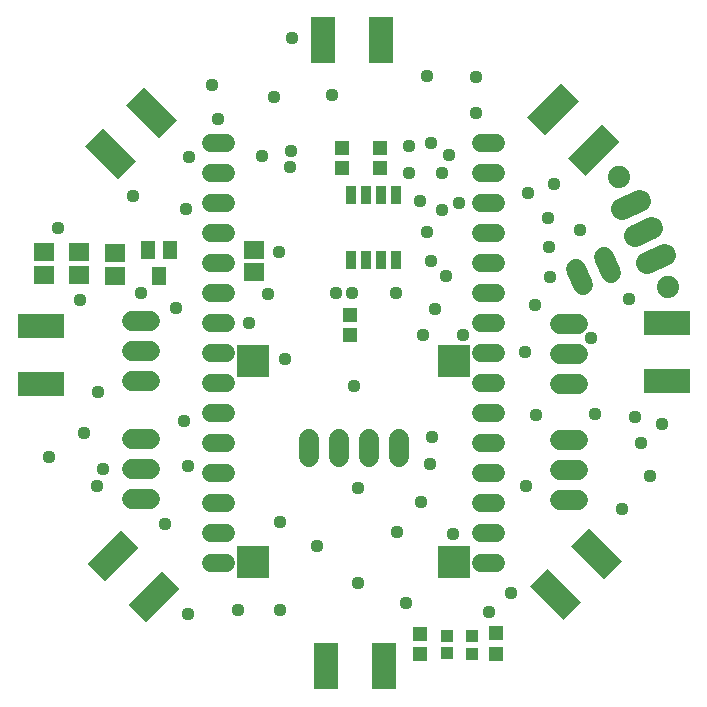
<source format=gbr>
G04 EAGLE Gerber RS-274X export*
G75*
%MOMM*%
%FSLAX34Y34*%
%LPD*%
%INSoldermask Top*%
%IPPOS*%
%AMOC8*
5,1,8,0,0,1.08239X$1,22.5*%
G01*
%ADD10C,1.727200*%
%ADD11R,2.133600X4.013200*%
%ADD12R,4.013200X2.133600*%
%ADD13C,1.511200*%
%ADD14R,2.743200X2.743200*%
%ADD15R,1.703200X1.503200*%
%ADD16R,0.903200X1.503200*%
%ADD17R,1.303200X1.203200*%
%ADD18R,1.203200X1.303200*%
%ADD19R,1.003200X1.003200*%
%ADD20C,1.853200*%
%ADD21C,1.879600*%
%ADD22R,1.203200X1.603200*%
%ADD23C,1.117600*%


D10*
X-65989Y322686D02*
X-50749Y322686D01*
X-50749Y297286D02*
X-65989Y297286D01*
X-65989Y271886D02*
X-50749Y271886D01*
X296418Y269566D02*
X311658Y269566D01*
X311658Y294966D02*
X296418Y294966D01*
X296418Y320366D02*
X311658Y320366D01*
X83869Y222654D02*
X83869Y207414D01*
X109269Y207414D02*
X109269Y222654D01*
X134669Y222654D02*
X134669Y207414D01*
X160069Y207414D02*
X160069Y222654D01*
X-50673Y171953D02*
X-65913Y171953D01*
X-65913Y197353D02*
X-50673Y197353D01*
X-50673Y222753D02*
X-65913Y222753D01*
X296880Y171100D02*
X312120Y171100D01*
X312120Y196500D02*
X296880Y196500D01*
X296880Y221900D02*
X312120Y221900D01*
D11*
X145193Y560036D03*
X96171Y560036D03*
D12*
G36*
X303652Y460564D02*
X332029Y488941D01*
X347116Y473854D01*
X318739Y445477D01*
X303652Y460564D01*
G37*
G36*
X268988Y495228D02*
X297365Y523605D01*
X312452Y508518D01*
X284075Y480141D01*
X268988Y495228D01*
G37*
X387016Y271840D03*
X387016Y320862D03*
G36*
X286433Y112862D02*
X314810Y84485D01*
X299723Y69398D01*
X271346Y97775D01*
X286433Y112862D01*
G37*
G36*
X321097Y147525D02*
X349474Y119148D01*
X334387Y104061D01*
X306010Y132438D01*
X321097Y147525D01*
G37*
D11*
X98790Y30049D03*
X147812Y30049D03*
D12*
G36*
X-60090Y130430D02*
X-88467Y102053D01*
X-103554Y117140D01*
X-75177Y145517D01*
X-60090Y130430D01*
G37*
G36*
X-25426Y95766D02*
X-53803Y67389D01*
X-68890Y82476D01*
X-40513Y110853D01*
X-25426Y95766D01*
G37*
X-143059Y318193D03*
X-143059Y269171D03*
G36*
X-42501Y477148D02*
X-70878Y505525D01*
X-55791Y520612D01*
X-27414Y492235D01*
X-42501Y477148D01*
G37*
G36*
X-77165Y442484D02*
X-105542Y470861D01*
X-90455Y485948D01*
X-62078Y457571D01*
X-77165Y442484D01*
G37*
D13*
X966Y473201D02*
X14046Y473201D01*
X14046Y447801D02*
X966Y447801D01*
X966Y422401D02*
X14046Y422401D01*
X14046Y397001D02*
X966Y397001D01*
X966Y371601D02*
X14046Y371601D01*
X14046Y346201D02*
X966Y346201D01*
X966Y320801D02*
X14046Y320801D01*
X14046Y295401D02*
X966Y295401D01*
X966Y270001D02*
X14046Y270001D01*
X14046Y244601D02*
X966Y244601D01*
X966Y219201D02*
X14046Y219201D01*
X14046Y193801D02*
X966Y193801D01*
X966Y168401D02*
X14046Y168401D01*
X14046Y143001D02*
X966Y143001D01*
X966Y117601D02*
X14046Y117601D01*
X229566Y473201D02*
X242646Y473201D01*
X242646Y447801D02*
X229566Y447801D01*
X229566Y422401D02*
X242646Y422401D01*
X242646Y397001D02*
X229566Y397001D01*
X229566Y371601D02*
X242646Y371601D01*
X242646Y346201D02*
X229566Y346201D01*
X229566Y320801D02*
X242646Y320801D01*
X242646Y295401D02*
X229566Y295401D01*
X229566Y270001D02*
X242646Y270001D01*
X242646Y244601D02*
X229566Y244601D01*
X229566Y219201D02*
X242646Y219201D01*
X242646Y193801D02*
X229566Y193801D01*
X229566Y168401D02*
X242646Y168401D01*
X242646Y143001D02*
X229566Y143001D01*
X229566Y117601D02*
X242646Y117601D01*
D14*
X36740Y118157D03*
X36740Y288337D03*
X206920Y118157D03*
X206920Y288337D03*
D10*
X339838Y363019D02*
X333640Y376941D01*
X310436Y366610D02*
X316634Y352688D01*
D15*
X37457Y383056D03*
X37457Y364056D03*
X-80420Y361060D03*
X-80420Y380060D03*
X-110270Y380770D03*
X-110270Y361770D03*
X-140380Y380670D03*
X-140380Y361670D03*
D16*
X144850Y374500D03*
X157550Y374500D03*
X132150Y374500D03*
X119450Y374500D03*
X144850Y429500D03*
X157550Y429500D03*
X132150Y429500D03*
X119450Y429500D03*
D17*
X178328Y57586D03*
X178328Y40586D03*
X242500Y58000D03*
X242500Y41000D03*
X144500Y469000D03*
X144500Y452000D03*
D18*
X119000Y328000D03*
X119000Y311000D03*
X112500Y452000D03*
X112500Y469000D03*
D19*
X200732Y41111D03*
X200732Y56111D03*
X222500Y41000D03*
X222500Y56000D03*
D20*
X370247Y371368D02*
X385321Y378079D01*
X374989Y401283D02*
X359916Y394572D01*
X349585Y417776D02*
X364658Y424487D01*
D21*
X388115Y351519D03*
X346790Y444335D03*
D22*
X-43000Y361000D03*
X-52500Y383000D03*
X-33500Y383000D03*
D23*
X159000Y144000D03*
X125500Y181000D03*
X206500Y142000D03*
X237000Y76000D03*
X255500Y92000D03*
X59500Y152500D03*
X214500Y311000D03*
X269500Y430500D03*
X180500Y311000D03*
X-95500Y182500D03*
X-18000Y200000D03*
X-94000Y262500D03*
X-106500Y228000D03*
X-58100Y345900D03*
X-20200Y417100D03*
X-17000Y461000D03*
X323300Y307900D03*
X326000Y243400D03*
X276200Y243100D03*
X383300Y235400D03*
X313500Y400000D03*
X178000Y424000D03*
X169000Y448000D03*
X54500Y512000D03*
X225500Y529500D03*
X184000Y530000D03*
X2500Y522500D03*
X288000Y360000D03*
X225500Y499000D03*
X190500Y332500D03*
X-65000Y428000D03*
X122000Y267500D03*
X-37500Y150500D03*
X70000Y562000D03*
X-128100Y401100D03*
X349000Y163600D03*
X373000Y191200D03*
X211500Y422500D03*
X292000Y438500D03*
X169000Y470500D03*
X268200Y183000D03*
X58500Y381000D03*
X360600Y241400D03*
X91000Y132000D03*
X-135500Y207000D03*
X68000Y453000D03*
X184500Y398000D03*
X33500Y321000D03*
X267000Y296500D03*
X276000Y336500D03*
X179000Y169500D03*
X126000Y101000D03*
X59500Y78000D03*
X24500Y78000D03*
X-18500Y74500D03*
X355000Y341500D03*
X49200Y345700D03*
X365000Y219000D03*
X64000Y290000D03*
X-90000Y197500D03*
X69000Y466500D03*
X107500Y346500D03*
X7500Y493500D03*
X44500Y462000D03*
X196500Y448000D03*
X196500Y416500D03*
X-21500Y238000D03*
X187500Y473000D03*
X-28500Y333500D03*
X202500Y463000D03*
X188500Y224500D03*
X186500Y201500D03*
X-109800Y340500D03*
X166500Y84000D03*
X103500Y513500D03*
X200000Y360500D03*
X287500Y385000D03*
X120500Y346500D03*
X157500Y346500D03*
X286500Y409500D03*
X187500Y373500D03*
M02*

</source>
